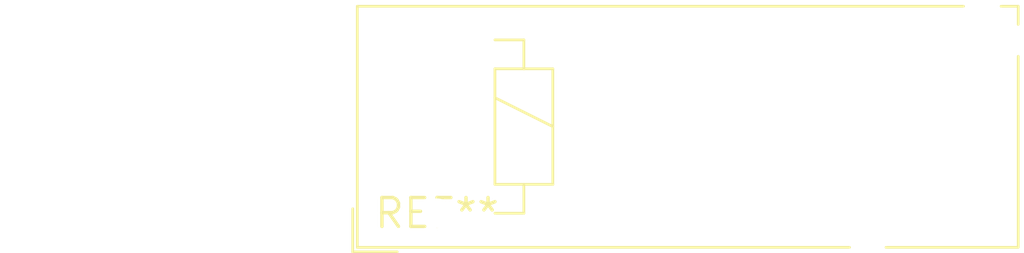
<source format=kicad_pcb>
(kicad_pcb (version 20240108) (generator pcbnew)
  (layers (0 "F.Cu" signal) (31 "B.Cu" signal) (34 "B.Paste" user) (35 "F.Paste" user) (36 "B.SilkS" user "B.Silkscreen") (37 "F.SilkS" user "F.Silkscreen") (38 "B.Mask" user) (39 "F.Mask" user) (44 "Edge.Cuts" user))
  (net 0 "")
  (footprint "Relay_1-Form-A_Schrack-RYII_RM5mm" (layer "F.Cu") (at 0 0)
    (property "Reference" "REF**")
    (property "Value" "Relay_1-Form-A_Schrack-RYII_RM5mm")
    (fp_line (start -3.7 1.7) (end -3.7 -0.2) (layer "F.SilkS") (stroke (width 0.12)))
    (fp_line (start -3.5 -9.1) (end 23.1 -9.1) (layer "F.SilkS") (stroke (width 0.12)))
    (fp_line (start -3.5 1.5) (end -3.5 -9.1) (layer "F.SilkS") (stroke (width 0.12)))
    (fp_line (start -1.75 1.7) (end -3.7 1.7) (layer "F.SilkS") (stroke (width 0.12)))
    (fp_line (start 2.54 -7.62) (end 3.81 -7.62) (layer "F.SilkS") (stroke (width 0.12)))
    (fp_line (start 2.54 -6.35) (end 3.81 -6.35) (layer "F.SilkS") (stroke (width 0.12)))
    (fp_line (start 2.54 -5.08) (end 5.08 -3.81) (layer "F.SilkS") (stroke (width 0.12)))
    (fp_line (start 2.54 -1.27) (end 2.54 -6.35) (layer "F.SilkS") (stroke (width 0.12)))
    (fp_line (start 3.81 -7.62) (end 3.81 -6.35) (layer "F.SilkS") (stroke (width 0.12)))
    (fp_line (start 3.81 -6.35) (end 5.08 -6.35) (layer "F.SilkS") (stroke (width 0.12)))
    (fp_line (start 3.81 -1.27) (end 3.81 0) (layer "F.SilkS") (stroke (width 0.12)))
    (fp_line (start 3.81 0) (end 2.54 0) (layer "F.SilkS") (stroke (width 0.12)))
    (fp_line (start 5.08 -6.35) (end 5.08 -1.27) (layer "F.SilkS") (stroke (width 0.12)))
    (fp_line (start 5.08 -1.27) (end 2.54 -1.27) (layer "F.SilkS") (stroke (width 0.12)))
    (fp_line (start 18.1 1.5) (end -3.5 1.5) (layer "F.SilkS") (stroke (width 0.12)))
    (fp_line (start 24.75 -9.1) (end 25.5 -9.1) (layer "F.SilkS") (stroke (width 0.12)))
    (fp_line (start 25.45 1.5) (end 19.7 1.5) (layer "F.SilkS") (stroke (width 0.12)))
    (fp_line (start 25.5 -9.1) (end 25.5 -8.3) (layer "F.SilkS") (stroke (width 0.12)))
    (fp_line (start 25.5 -6.9) (end 25.5 1.5) (layer "F.SilkS") (stroke (width 0.12)))
    (pad "11" thru_hole circle (at 18.9 0) (size 3 3) (drill 1.3) (layers *.Cu *.Mask) (remove_unused_layers))
    (pad "14" thru_hole circle (at 23.94 -7.62) (size 3 3) (drill 1.3) (layers *.Cu *.Mask) (remove_unused_layers))
    (pad "A1" thru_hole rect (at 0 0) (size 2.54 2.54) (drill 1.3) (layers *.Cu *.Mask) (remove_unused_layers))
    (pad "A2" thru_hole circle (at 0 -7.62) (size 2.54 2.54) (drill 1.3) (layers *.Cu *.Mask) (remove_unused_layers))
  )
)
</source>
